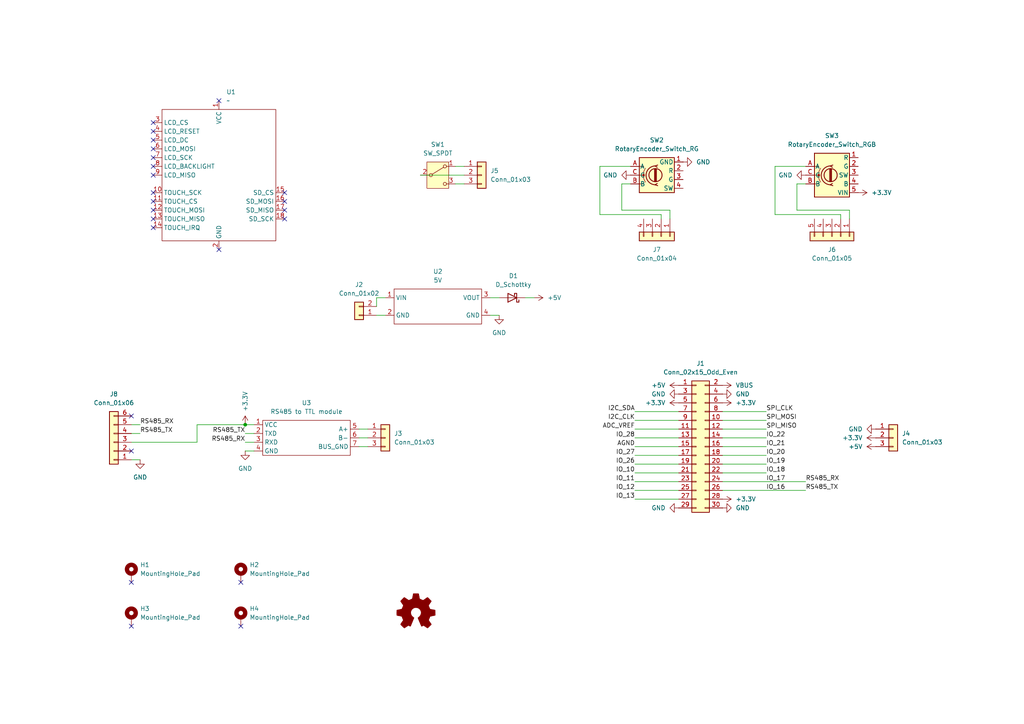
<source format=kicad_sch>
(kicad_sch (version 20250114) (generator "eeschema") (generator_version "9.0")
  (paper "A4")
  (lib_symbols
    (symbol "Connector_Generic:Conn_01x02" (pin_names (offset 1.016) (hide yes))
      (property "Reference" "J" (at 0 2.54 0))
      (property "Value" "Conn_01x02" (at 0 -5.08 0))
      (symbol "Conn_01x02_1_1"
        (rectangle (start -1.27 1.27) (end 1.27 -3.81) (stroke (width 0.254)) (fill (type background)))
        (rectangle (start -1.27 0.127) (end 0 -0.127) (stroke (width 0.1524)))
        (rectangle (start -1.27 -2.413) (end 0 -2.667) (stroke (width 0.1524)))
        (pin passive line (at -5.08 0 0) (length 3.81) (name "Pin_1") (number "1"))
        (pin passive line (at -5.08 -2.54 0) (length 3.81) (name "Pin_2") (number "2"))
      )
    )
    (symbol "Connector_Generic:Conn_01x03" (pin_names (offset 1.016) (hide yes))
      (property "Reference" "J" (at 0 5.08 0))
      (property "Value" "Conn_01x03" (at 0 -5.08 0))
      (symbol "Conn_01x03_1_1"
        (rectangle (start -1.27 3.81) (end 1.27 -3.81) (stroke (width 0.254)) (fill (type background)))
        (rectangle (start -1.27 2.667) (end 0 2.413) (stroke (width 0.1524)))
        (rectangle (start -1.27 0.127) (end 0 -0.127) (stroke (width 0.1524)))
        (rectangle (start -1.27 -2.413) (end 0 -2.667) (stroke (width 0.1524)))
        (pin passive line (at -5.08 2.54 0) (length 3.81) (name "Pin_1") (number "1"))
        (pin passive line (at -5.08 0 0) (length 3.81) (name "Pin_2") (number "2"))
        (pin passive line (at -5.08 -2.54 0) (length 3.81) (name "Pin_3") (number "3"))
      )
    )
    (symbol "Connector_Generic:Conn_01x04" (pin_names (offset 1.016) (hide yes))
      (property "Reference" "J" (at 0 5.08 0))
      (property "Value" "Conn_01x04" (at 0 -7.62 0))
      (symbol "Conn_01x04_1_1"
        (rectangle (start -1.27 3.81) (end 1.27 -6.35) (stroke (width 0.254)) (fill (type background)))
        (rectangle (start -1.27 2.667) (end 0 2.413) (stroke (width 0.1524)))
        (rectangle (start -1.27 0.127) (end 0 -0.127) (stroke (width 0.1524)))
        (rectangle (start -1.27 -2.413) (end 0 -2.667) (stroke (width 0.1524)))
        (rectangle (start -1.27 -4.953) (end 0 -5.207) (stroke (width 0.1524)))
        (pin passive line (at -5.08 2.54 0) (length 3.81) (name "Pin_1") (number "1"))
        (pin passive line (at -5.08 0 0) (length 3.81) (name "Pin_2") (number "2"))
        (pin passive line (at -5.08 -2.54 0) (length 3.81) (name "Pin_3") (number "3"))
        (pin passive line (at -5.08 -5.08 0) (length 3.81) (name "Pin_4") (number "4"))
      )
    )
    (symbol "Connector_Generic:Conn_01x05" (pin_names (offset 1.016) (hide yes))
      (property "Reference" "J" (at 0 7.62 0))
      (property "Value" "Conn_01x05" (at 0 -7.62 0))
      (symbol "Conn_01x05_1_1"
        (rectangle (start -1.27 6.35) (end 1.27 -6.35) (stroke (width 0.254)) (fill (type background)))
        (rectangle (start -1.27 5.207) (end 0 4.953) (stroke (width 0.1524)))
        (rectangle (start -1.27 2.667) (end 0 2.413) (stroke (width 0.1524)))
        (rectangle (start -1.27 0.127) (end 0 -0.127) (stroke (width 0.1524)))
        (rectangle (start -1.27 -2.413) (end 0 -2.667) (stroke (width 0.1524)))
        (rectangle (start -1.27 -4.953) (end 0 -5.207) (stroke (width 0.1524)))
        (pin passive line (at -5.08 5.08 0) (length 3.81) (name "Pin_1") (number "1"))
        (pin passive line (at -5.08 2.54 0) (length 3.81) (name "Pin_2") (number "2"))
        (pin passive line (at -5.08 0 0) (length 3.81) (name "Pin_3") (number "3"))
        (pin passive line (at -5.08 -2.54 0) (length 3.81) (name "Pin_4") (number "4"))
        (pin passive line (at -5.08 -5.08 0) (length 3.81) (name "Pin_5") (number "5"))
      )
    )
    (symbol "Connector_Generic:Conn_01x06" (pin_names (offset 1.016) (hide yes))
      (property "Reference" "J" (at 0 7.62 0))
      (property "Value" "Conn_01x06" (at 0 -10.16 0))
      (symbol "Conn_01x06_1_1"
        (rectangle (start -1.27 6.35) (end 1.27 -8.89) (stroke (width 0.254)) (fill (type background)))
        (rectangle (start -1.27 5.207) (end 0 4.953) (stroke (width 0.1524)))
        (rectangle (start -1.27 2.667) (end 0 2.413) (stroke (width 0.1524)))
        (rectangle (start -1.27 0.127) (end 0 -0.127) (stroke (width 0.1524)))
        (rectangle (start -1.27 -2.413) (end 0 -2.667) (stroke (width 0.1524)))
        (rectangle (start -1.27 -4.953) (end 0 -5.207) (stroke (width 0.1524)))
        (rectangle (start -1.27 -7.493) (end 0 -7.747) (stroke (width 0.1524)))
        (pin passive line (at -5.08 5.08 0) (length 3.81) (name "Pin_1") (number "1"))
        (pin passive line (at -5.08 2.54 0) (length 3.81) (name "Pin_2") (number "2"))
        (pin passive line (at -5.08 0 0) (length 3.81) (name "Pin_3") (number "3"))
        (pin passive line (at -5.08 -2.54 0) (length 3.81) (name "Pin_4") (number "4"))
        (pin passive line (at -5.08 -5.08 0) (length 3.81) (name "Pin_5") (number "5"))
        (pin passive line (at -5.08 -7.62 0) (length 3.81) (name "Pin_6") (number "6"))
      )
    )
    (symbol "Connector_Generic:Conn_02x15_Odd_Even" (pin_names (offset 1.016) (hide yes))
      (property "Reference" "J" (at 1.27 20.32 0))
      (property "Value" "Conn_02x15_Odd_Even" (at 1.27 -20.32 0))
      (symbol "Conn_02x15_Odd_Even_1_1"
        (rectangle (start -1.27 19.05) (end 3.81 -19.05) (stroke (width 0.254)) (fill (type background)))
        (rectangle (start -1.27 17.907) (end 0 17.653) (stroke (width 0.1524)))
        (rectangle (start -1.27 15.367) (end 0 15.113) (stroke (width 0.1524)))
        (rectangle (start -1.27 12.827) (end 0 12.573) (stroke (width 0.1524)))
        (rectangle (start -1.27 10.287) (end 0 10.033) (stroke (width 0.1524)))
        (rectangle (start -1.27 7.747) (end 0 7.493) (stroke (width 0.1524)))
        (rectangle (start -1.27 5.207) (end 0 4.953) (stroke (width 0.1524)))
        (rectangle (start -1.27 2.667) (end 0 2.413) (stroke (width 0.1524)))
        (rectangle (start -1.27 0.127) (end 0 -0.127) (stroke (width 0.1524)))
        (rectangle (start -1.27 -2.413) (end 0 -2.667) (stroke (width 0.1524)))
        (rectangle (start -1.27 -4.953) (end 0 -5.207) (stroke (width 0.1524)))
        (rectangle (start -1.27 -7.493) (end 0 -7.747) (stroke (width 0.1524)))
        (rectangle (start -1.27 -10.033) (end 0 -10.287) (stroke (width 0.1524)))
        (rectangle (start -1.27 -12.573) (end 0 -12.827) (stroke (width 0.1524)))
        (rectangle (start -1.27 -15.113) (end 0 -15.367) (stroke (width 0.1524)))
        (rectangle (start -1.27 -17.653) (end 0 -17.907) (stroke (width 0.1524)))
        (rectangle (start 3.81 17.907) (end 2.54 17.653) (stroke (width 0.1524)))
        (rectangle (start 3.81 15.367) (end 2.54 15.113) (stroke (width 0.1524)))
        (rectangle (start 3.81 12.827) (end 2.54 12.573) (stroke (width 0.1524)))
        (rectangle (start 3.81 10.287) (end 2.54 10.033) (stroke (width 0.1524)))
        (rectangle (start 3.81 7.747) (end 2.54 7.493) (stroke (width 0.1524)))
        (rectangle (start 3.81 5.207) (end 2.54 4.953) (stroke (width 0.1524)))
        (rectangle (start 3.81 2.667) (end 2.54 2.413) (stroke (width 0.1524)))
        (rectangle (start 3.81 0.127) (end 2.54 -0.127) (stroke (width 0.1524)))
        (rectangle (start 3.81 -2.413) (end 2.54 -2.667) (stroke (width 0.1524)))
        (rectangle (start 3.81 -4.953) (end 2.54 -5.207) (stroke (width 0.1524)))
        (rectangle (start 3.81 -7.493) (end 2.54 -7.747) (stroke (width 0.1524)))
        (rectangle (start 3.81 -10.033) (end 2.54 -10.287) (stroke (width 0.1524)))
        (rectangle (start 3.81 -12.573) (end 2.54 -12.827) (stroke (width 0.1524)))
        (rectangle (start 3.81 -15.113) (end 2.54 -15.367) (stroke (width 0.1524)))
        (rectangle (start 3.81 -17.653) (end 2.54 -17.907) (stroke (width 0.1524)))
        (pin passive line (at -5.08 17.78 0) (length 3.81) (name "Pin_1") (number "1"))
        (pin passive line (at -5.08 15.24 0) (length 3.81) (name "Pin_3") (number "3"))
        (pin passive line (at -5.08 12.7 0) (length 3.81) (name "Pin_5") (number "5"))
        (pin passive line (at -5.08 10.16 0) (length 3.81) (name "Pin_7") (number "7"))
        (pin passive line (at -5.08 7.62 0) (length 3.81) (name "Pin_9") (number "9"))
        (pin passive line (at -5.08 5.08 0) (length 3.81) (name "Pin_11") (number "11"))
        (pin passive line (at -5.08 2.54 0) (length 3.81) (name "Pin_13") (number "13"))
        (pin passive line (at -5.08 0 0) (length 3.81) (name "Pin_15") (number "15"))
        (pin passive line (at -5.08 -2.54 0) (length 3.81) (name "Pin_17") (number "17"))
        (pin passive line (at -5.08 -5.08 0) (length 3.81) (name "Pin_19") (number "19"))
        (pin passive line (at -5.08 -7.62 0) (length 3.81) (name "Pin_21") (number "21"))
        (pin passive line (at -5.08 -10.16 0) (length 3.81) (name "Pin_23") (number "23"))
        (pin passive line (at -5.08 -12.7 0) (length 3.81) (name "Pin_25") (number "25"))
        (pin passive line (at -5.08 -15.24 0) (length 3.81) (name "Pin_27") (number "27"))
        (pin passive line (at -5.08 -17.78 0) (length 3.81) (name "Pin_29") (number "29"))
        (pin passive line (at 7.62 17.78 180) (length 3.81) (name "Pin_2") (number "2"))
        (pin passive line (at 7.62 15.24 180) (length 3.81) (name "Pin_4") (number "4"))
        (pin passive line (at 7.62 12.7 180) (length 3.81) (name "Pin_6") (number "6"))
        (pin passive line (at 7.62 10.16 180) (length 3.81) (name "Pin_8") (number "8"))
        (pin passive line (at 7.62 7.62 180) (length 3.81) (name "Pin_10") (number "10"))
        (pin passive line (at 7.62 5.08 180) (length 3.81) (name "Pin_12") (number "12"))
        (pin passive line (at 7.62 2.54 180) (length 3.81) (name "Pin_14") (number "14"))
        (pin passive line (at 7.62 0 180) (length 3.81) (name "Pin_16") (number "16"))
        (pin passive line (at 7.62 -2.54 180) (length 3.81) (name "Pin_18") (number "18"))
        (pin passive line (at 7.62 -5.08 180) (length 3.81) (name "Pin_20") (number "20"))
        (pin passive line (at 7.62 -7.62 180) (length 3.81) (name "Pin_22") (number "22"))
        (pin passive line (at 7.62 -10.16 180) (length 3.81) (name "Pin_24") (number "24"))
        (pin passive line (at 7.62 -12.7 180) (length 3.81) (name "Pin_26") (number "26"))
        (pin passive line (at 7.62 -15.24 180) (length 3.81) (name "Pin_28") (number "28"))
        (pin passive line (at 7.62 -17.78 180) (length 3.81) (name "Pin_30") (number "30"))
      )
    )
    (symbol "Device:D_Schottky" (pin_numbers (hide yes)) (pin_names (offset 1.016) (hide yes))
      (property "Reference" "D" (at 0 2.54 0))
      (property "Value" "D_Schottky" (at 0 -2.54 0))
      (symbol "D_Schottky_0_1"
        (polyline (pts (xy -1.905 0.635) (xy -1.905 1.27) (xy -1.27 1.27) (xy -1.27 -1.27) (xy -0.635 -1.27) (xy -0.635 -0.635)) (stroke (width 0.254)))
        (polyline (pts (xy 1.27 1.27) (xy 1.27 -1.27) (xy -1.27 0) (xy 1.27 1.27)) (stroke (width 0.254)))
        (polyline (pts (xy 1.27 0) (xy -1.27 0)))
      )
      (symbol "D_Schottky_1_1"
        (pin passive line (at -3.81 0 0) (length 2.54) (name "K") (number "1"))
        (pin passive line (at 3.81 0 180) (length 2.54) (name "A") (number "2"))
      )
    )
    (symbol "Displays:ILI9341_with_touch_and_sd"
      (property "Reference" "U" (at -16.51 -20.32 0))
      (symbol "ILI9341_with_touch_and_sd_0_1"
        (rectangle (start -16.51 19.05) (end 16.51 -19.05))
      )
      (symbol "ILI9341_with_touch_and_sd_1_1"
        (pin input line (at -19.05 15.24 0) (length 2.54) (name "LCD_CS") (number "3"))
        (pin input line (at -19.05 12.7 0) (length 2.54) (name "LCD_RESET") (number "4"))
        (pin input line (at -19.05 10.16 0) (length 2.54) (name "LCD_DC") (number "5"))
        (pin input line (at -19.05 7.62 0) (length 2.54) (name "LCD_MOSI") (number "6"))
        (pin input line (at -19.05 5.08 0) (length 2.54) (name "LCD_SCK") (number "7"))
        (pin input line (at -19.05 2.54 0) (length 2.54) (name "LCD_BACKLIGHT") (number "8"))
        (pin output line (at -19.05 0 0) (length 2.54) (name "LCD_MISO") (number "9"))
        (pin input line (at -19.05 -5.08 0) (length 2.54) (name "TOUCH_SCK") (number "10"))
        (pin input line (at -19.05 -7.62 0) (length 2.54) (name "TOUCH_CS") (number "11"))
        (pin input line (at -19.05 -10.16 0) (length 2.54) (name "TOUCH_MOSI") (number "12"))
        (pin output line (at -19.05 -12.7 0) (length 2.54) (name "TOUCH_MISO") (number "13"))
        (pin output line (at -19.05 -15.24 0) (length 2.54) (name "TOUCH_IRQ") (number "14"))
        (pin power_in line (at 0 21.59 270) (length 2.54) (name "VCC") (number "1"))
        (pin power_out line (at 0 -21.59 90) (length 2.54) (name "GND") (number "2"))
        (pin input line (at 19.05 -5.08 180) (length 2.54) (name "SD_CS") (number "15"))
        (pin input line (at 19.05 -7.62 180) (length 2.54) (name "SD_MOSI") (number "16"))
        (pin output line (at 19.05 -10.16 180) (length 2.54) (name "SD_MISO") (number "17"))
        (pin input line (at 19.05 -12.7 180) (length 2.54) (name "SD_SCK") (number "18"))
      )
    )
    (symbol "Graphic:Logo_Open_Hardware_Small" (in_bom no) (on_board no)
      (symbol "Logo_Open_Hardware_Small_0_1"
        (polyline (pts (xy 3.3528 -4.3434) (xy 3.302 -4.318) (xy 3.175 -4.2418) (xy 2.9972 -4.1148) (xy 2.7686 -3.9624) (xy 2.54 -3.81) (xy 2.3622 -3.7084) (xy 2.2352 -3.6068) (xy 2.1844 -3.5814) (xy 2.159 -3.6068) (xy 2.0574 -3.6576) (xy 1.905 -3.7338) (xy 1.8034 -3.7846) (xy 1.6764 -3.8354) (xy 1.6002 -3.8354) (xy 1.6002 -3.8354) (xy 1.5494 -3.7338) (xy 1.4732 -3.5306) (xy 1.3462 -3.302) (xy 1.2446 -3.0226) (xy 1.1176 -2.7178) (xy 0.9652 -2.413) (xy 0.8636 -2.1082) (xy 0.7366 -1.8288) (xy 0.6604 -1.6256) (xy 0.6096 -1.4732) (xy 0.5842 -1.397) (xy 0.5842 -1.397) (xy 0.6604 -1.3208) (xy 0.7874 -1.2446) (xy 1.0414 -1.016) (xy 1.2954 -0.6858) (xy 1.4478 -0.3302) (xy 1.524 0.0762) (xy 1.4732 0.4572) (xy 1.3208 0.8128) (xy 1.0668 1.143) (xy 0.762 1.3716) (xy 0.4064 1.524) (xy 0 1.5748) (xy -0.381 1.5494) (xy -0.7366 1.397) (xy -1.0668 1.143) (xy -1.2192 0.9906) (xy -1.397 0.6604) (xy -1.524 0.3048) (xy -1.524 0.2286) (xy -1.4986 -0.1778) (xy -1.397 -0.5334) (xy -1.1938 -0.8636) (xy -0.9144 -1.143) (xy -0.8636 -1.1684) (xy -0.7366 -1.27) (xy -0.635 -1.3462) (xy -0.5842 -1.397) (xy -1.0668 -2.5908) (xy -1.143 -2.794) (xy -1.2954 -3.1242) (xy -1.397 -3.4036) (xy -1.4986 -3.6322) (xy -1.5748 -3.7846) (xy -1.6002 -3.8354) (xy -1.6002 -3.8354) (xy -1.651 -3.8354) (xy -1.7272 -3.81) (xy -1.905 -3.7338) (xy -2.0066 -3.683) (xy -2.1336 -3.6068) (xy -2.2098 -3.5814) (xy -2.2606 -3.6068) (xy -2.3622 -3.683) (xy -2.54 -3.81) (xy -2.7686 -3.9624) (xy -2.9718 -4.0894) (xy -3.1496 -4.2164) (xy -3.302 -4.318) (xy -3.3528 -4.3434) (xy -3.3782 -4.3434) (xy -3.429 -4.318) (xy -3.5306 -4.2164) (xy -3.7084 -4.064) (xy -3.937 -3.8354) (xy -3.9624 -3.81) (xy -4.1656 -3.6068) (xy -4.318 -3.4544) (xy -4.4196 -3.3274) (xy -4.445 -3.2766) (xy -4.445 -3.2766) (xy -4.4196 -3.2258) (xy -4.318 -3.0734) (xy -4.2164 -2.8956) (xy -4.064 -2.667) (xy -3.6576 -2.0828) (xy -3.8862 -1.5494) (xy -3.937 -1.3716) (xy -4.0386 -1.1684) (xy -4.0894 -1.0414) (xy -4.1148 -0.9652) (xy -4.191 -0.9398) (xy -4.318 -0.9144) (xy -4.5466 -0.8636) (xy -4.8006 -0.8128) (xy -5.0546 -0.7874) (xy -5.2578 -0.7366) (xy -5.4356 -0.7112) (xy -5.5118 -0.6858) (xy -5.5118 -0.6858) (xy -5.5372 -0.635) (xy -5.5372 -0.5588) (xy -5.5372 -0.4318) (xy -5.5626 -0.2286) (xy -5.5626 0.0762) (xy -5.5626 0.127) (xy -5.5372 0.4064) (xy -5.5372 0.635) (xy -5.5372 0.762) (xy -5.5372 0.8382) (xy -5.5372 0.8382) (xy -5.461 0.8382) (xy -5.3086 0.889) (xy -5.08 0.9144) (xy -4.826 0.9652) (xy -4.8006 0.9906) (xy -4.5466 1.0414) (xy -4.318 1.0668) (xy -4.1656 1.1176) (xy -4.0894 1.143) (xy -4.0894 1.143) (xy -4.0386 1.2446) (xy -3.9624 1.4224) (xy -3.8608 1.6256) (xy -3.7846 1.8288) (xy -3.7084 2.0066) (xy -3.6576 2.159) (xy -3.6322 2.2098) (xy -3.6322 2.2098) (xy -3.683 2.286) (xy -3.7592 2.413) (xy -3.8862 2.5908) (xy -4.064 2.8194) (xy -4.064 2.8448) (xy -4.2164 3.0734) (xy -4.3434 3.2512) (xy -4.4196 3.3782) (xy -4.445 3.4544) (xy -4.445 3.4544) (xy -4.3942 3.5052) (xy -4.2926 3.6322) (xy -4.1148 3.81) (xy -3.937 4.0132) (xy -3.8608 4.064) (xy -3.6576 4.2926) (xy -3.5052 4.4196) (xy -3.4036 4.4958) (xy -3.3528 4.5212) (xy -3.3528 4.5212) (xy -3.302 4.4704) (xy -3.1496 4.3688) (xy -2.9718 4.2418) (xy -2.7432 4.0894) (xy -2.7178 4.0894) (xy -2.4892 3.937) (xy -2.3114 3.81) (xy -2.1844 3.7084) (xy -2.1336 3.683) (xy -2.1082 3.683) (xy -2.032 3.7084) (xy -1.8542 3.7592) (xy -1.6764 3.8354) (xy -1.4732 3.937) (xy -1.27 4.0132) (xy -1.143 4.064) (xy -1.0668 4.1148) (xy -1.0668 4.1148) (xy -1.0414 4.191) (xy -1.016 4.3434) (xy -0.9652 4.572) (xy -0.9144 4.8514) (xy -0.889 4.9022) (xy -0.8382 5.1562) (xy -0.8128 5.3848) (xy -0.7874 5.5372) (xy -0.762 5.588) (xy -0.7112 5.6134) (xy -0.5842 5.6134) (xy -0.4064 5.6134) (xy -0.1524 5.6134) (xy 0.0762 5.6134) (xy 0.3302 5.6134) (xy 0.5334 5.6134) (xy 0.6858 5.588) (xy 0.7366 5.588) (xy 0.7366 5.588) (xy 0.762 5.5118) (xy 0.8128 5.334) (xy 0.8382 5.1054) (xy 0.9144 4.826) (xy 0.9144 4.7752) (xy 0.9652 4.5212) (xy 1.016 4.2926) (xy 1.0414 4.1402) (xy 1.0668 4.0894) (xy 1.0668 4.0894) (xy 1.1938 4.0386) (xy 1.3716 3.9624) (xy 1.5748 3.8608) (xy 2.0828 3.6576) (xy 2.7178 4.0894) (xy 2.7686 4.1402) (xy 2.9972 4.2926) (xy 3.175 4.4196) (xy 3.302 4.4958) (xy 3.3782 4.5212) (xy 3.3782 4.5212) (xy 3.429 4.4704) (xy 3.556 4.3434) (xy 3.7338 4.191) (xy 3.9116 3.9878) (xy 4.064 3.8354) (xy 4.2418 3.6576) (xy 4.3434 3.556) (xy 4.4196 3.4798) (xy 4.4196 3.429) (xy 4.4196 3.4036) (xy 4.3942 3.3274) (xy 4.2926 3.2004) (xy 4.1656 2.9972) (xy 4.0132 2.794) (xy 3.8862 2.5908) (xy 3.7592 2.3876) (xy 3.6576 2.2352) (xy 3.6322 2.159) (xy 3.6322 2.1336) (xy 3.683 2.0066) (xy 3.7592 1.8288) (xy 3.8608 1.6002) (xy 4.064 1.1176) (xy 4.3942 1.0414) (xy 4.5974 1.016) (xy 4.8768 0.9652) (xy 5.1308 0.9144) (xy 5.5372 0.8382) (xy 5.5626 -0.6604) (xy 5.4864 -0.6858) (xy 5.4356 -0.6858) (xy 5.2832 -0.7366) (xy 5.0546 -0.762) (xy 4.8006 -0.8128) (xy 4.5974 -0.8636) (xy 4.3688 -0.9144) (xy 4.2164 -0.9398) (xy 4.1402 -0.9398) (xy 4.1148 -0.9652) (xy 4.064 -1.0668) (xy 3.9878 -1.2446) (xy 3.9116 -1.4478) (xy 3.81 -1.651) (xy 3.7338 -1.8542) (xy 3.683 -2.0066) (xy 3.6576 -2.0828) (xy 3.683 -2.1336) (xy 3.7846 -2.2606) (xy 3.8862 -2.4638) (xy 4.0386 -2.667) (xy 4.191 -2.8956) (xy 4.318 -3.0734) (xy 4.3942 -3.2004) (xy 4.445 -3.2766) (xy 4.4196 -3.3274) (xy 4.3434 -3.429) (xy 4.1656 -3.5814) (xy 3.937 -3.8354) (xy 3.8862 -3.8608) (xy 3.683 -4.064) (xy 3.5306 -4.2164) (xy 3.4036 -4.318) (xy 3.3528 -4.3434)) (fill (type outline)))
      )
    )
    (symbol "Input:RotaryEncoder_Switch_RG" (pin_names (offset 0.254))
      (property "Reference" "SW" (at 0 6.35 0))
      (property "Value" "RotaryEncoder_Switch_RG" (at 0 -6.35 0))
      (symbol "RotaryEncoder_Switch_RG_0_1"
        (rectangle (start -5.08 5.08) (end 5.08 -5.08) (stroke (width 0.254)) (fill (type background)))
        (polyline (pts (xy -5.08 2.54) (xy -3.81 2.54) (xy -3.81 2.032)))
        (polyline (pts (xy -5.08 0) (xy -3.81 0) (xy -3.81 -1.016) (xy -3.302 -2.032)))
        (polyline (pts (xy -5.08 -2.54) (xy -3.81 -2.54) (xy -3.81 -2.032)))
        (polyline (pts (xy -4.318 0) (xy -3.81 0) (xy -3.81 1.016) (xy -3.302 2.032)))
        (circle (center -3.81 0) (radius 0.254) (fill (type outline)))
        (polyline (pts (xy -0.635 -1.778) (xy -0.635 1.778)) (stroke (width 0.254)))
        (circle (center -0.381 0) (radius 1.905) (stroke (width 0.254)))
        (polyline (pts (xy -0.381 -1.778) (xy -0.381 1.778)) (stroke (width 0.254)))
        (arc (start -0.381 -2.794) (mid -3.0988 -0.0635) (end -0.381 2.667) (stroke (width 0.254)))
        (polyline (pts (xy -0.127 1.778) (xy -0.127 -1.778)) (stroke (width 0.254)))
        (polyline (pts (xy 0.254 2.921) (xy -0.508 2.667) (xy 0.127 2.286)) (stroke (width 0.254)))
        (polyline (pts (xy 0.254 -3.048) (xy -0.508 -2.794) (xy 0.127 -2.413)) (stroke (width 0.254)))
      )
      (symbol "RotaryEncoder_Switch_RG_1_1"
        (pin passive line (at -7.62 2.54 0) (length 2.54) (name "A") (number "A"))
        (pin passive line (at -7.62 0 0) (length 2.54) (name "C") (number "C"))
        (pin passive line (at -7.62 -2.54 0) (length 2.54) (name "B") (number "B"))
        (pin power_in line (at 7.62 3.81 180) (length 2.54) (name "GND") (number "1"))
        (pin passive line (at 7.62 1.27 180) (length 2.54) (name "R") (number "2"))
        (pin passive line (at 7.62 -1.27 180) (length 2.54) (name "G") (number "3"))
        (pin passive line (at 7.62 -3.81 180) (length 2.54) (name "SW") (number "4"))
      )
    )
    (symbol "Input:RotaryEncoder_Switch_RGB" (pin_names (offset 0.254))
      (property "Reference" "SW" (at 0 7.62 0))
      (property "Value" "RotaryEncoder_Switch_RGB" (at 0 -7.62 0))
      (symbol "RotaryEncoder_Switch_RGB_0_1"
        (rectangle (start -5.08 6.35) (end 5.08 -6.35) (stroke (width 0.254)) (fill (type background)))
        (polyline (pts (xy -5.08 2.54) (xy -3.81 2.54) (xy -3.81 2.032)))
        (polyline (pts (xy -5.08 0) (xy -3.81 0) (xy -3.81 -1.016) (xy -3.302 -2.032)))
        (polyline (pts (xy -5.08 -2.54) (xy -3.81 -2.54) (xy -3.81 -2.032)))
        (polyline (pts (xy -4.318 0) (xy -3.81 0) (xy -3.81 1.016) (xy -3.302 2.032)))
        (circle (center -3.81 0) (radius 0.254) (fill (type outline)))
        (polyline (pts (xy -0.635 -1.778) (xy -0.635 1.778)) (stroke (width 0.254)))
        (circle (center -0.381 0) (radius 1.905) (stroke (width 0.254)))
        (polyline (pts (xy -0.381 -1.778) (xy -0.381 1.778)) (stroke (width 0.254)))
        (arc (start -0.381 -2.794) (mid -3.0988 -0.0635) (end -0.381 2.667) (stroke (width 0.254)))
        (polyline (pts (xy -0.127 1.778) (xy -0.127 -1.778)) (stroke (width 0.254)))
        (polyline (pts (xy 0.254 2.921) (xy -0.508 2.667) (xy 0.127 2.286)) (stroke (width 0.254)))
        (polyline (pts (xy 0.254 -3.048) (xy -0.508 -2.794) (xy 0.127 -2.413)) (stroke (width 0.254)))
      )
      (symbol "RotaryEncoder_Switch_RGB_1_1"
        (pin passive line (at -7.62 2.54 0) (length 2.54) (name "A") (number "A"))
        (pin passive line (at -7.62 0 0) (length 2.54) (name "C") (number "C"))
        (pin passive line (at -7.62 -2.54 0) (length 2.54) (name "B") (number "B"))
        (pin passive line (at 7.62 5.08 180) (length 2.54) (name "R") (number "1"))
        (pin passive line (at 7.62 2.54 180) (length 2.54) (name "G") (number "2"))
        (pin passive line (at 7.62 0 180) (length 2.54) (name "SW") (number "3"))
        (pin passive line (at 7.62 -2.54 180) (length 2.54) (name "B") (number "4"))
        (pin power_in line (at 7.62 -5.08 180) (length 2.54) (name "VIN") (number "5"))
      )
    )
    (symbol "Mechanical:MountingHole_Pad" (pin_numbers (hide yes)) (pin_names (offset 1.016) (hide yes)) (exclude_from_sim yes) (in_bom no)
      (property "Reference" "H" (at 0 6.35 0))
      (property "Value" "MountingHole_Pad" (at 0 4.445 0))
      (symbol "MountingHole_Pad_0_1"
        (circle (center 0 1.27) (radius 1.27) (stroke (width 1.27)))
      )
      (symbol "MountingHole_Pad_1_1"
        (pin input line (at 0 -2.54 90) (length 2.54) (name "1") (number "1"))
      )
    )
    (symbol "Modules:AliE_MP1584EN_regulator"
      (property "Reference" "U" (at -12.192 -6.35 0))
      (symbol "AliE_MP1584EN_regulator_0_1"
        (rectangle (start -12.7 5.08) (end 12.7 -5.08))
      )
      (symbol "AliE_MP1584EN_regulator_1_1"
        (pin power_in line (at -15.24 2.54 0) (length 2.54) (name "VIN") (number "1"))
        (pin power_in line (at -15.24 -2.54 0) (length 2.54) (name "GND") (number "2"))
        (pin power_out line (at 15.24 2.54 180) (length 2.54) (name "VOUT") (number "3"))
        (pin power_out line (at 15.24 -2.54 180) (length 2.54) (name "GND") (number "4"))
      )
    )
    (symbol "Modules:RS485_to_TTL"
      (property "Reference" "U" (at -12.192 -6.35 0))
      (property "Value" "RS485 to TTL module" (at 0 6.35 0))
      (symbol "RS485_to_TTL_0_1"
        (rectangle (start -12.7 5.08) (end 12.7 -5.08))
      )
      (symbol "RS485_to_TTL_1_1"
        (pin power_in line (at -15.24 3.81 0) (length 2.54) (name "VCC") (number "1"))
        (pin input line (at -15.24 1.27 0) (length 2.54) (name "TXD") (number "2"))
        (pin output line (at -15.24 -1.27 0) (length 2.54) (name "RXD") (number "3"))
        (pin power_in line (at -15.24 -3.81 0) (length 2.54) (name "GND") (number "4"))
        (pin bidirectional line (at 15.24 2.54 180) (length 2.54) (name "A+") (number "5"))
        (pin bidirectional line (at 15.24 0 180) (length 2.54) (name "B-") (number "6"))
        (pin power_in line (at 15.24 -2.54 180) (length 2.54) (name "BUS_GND") (number "7"))
      )
    )
    (symbol "Switch:SW_SPDT" (pin_names (offset 0) (hide yes))
      (property "Reference" "SW" (at 0 5.08 0))
      (property "Value" "SW_SPDT" (at 0 -5.08 0))
      (symbol "SW_SPDT_0_1"
        (circle (center -2.032 0) (radius 0.4572))
        (polyline (pts (xy -1.651 0.254) (xy 1.651 2.286)))
        (circle (center 2.032 2.54) (radius 0.4572))
        (circle (center 2.032 -2.54) (radius 0.4572))
      )
      (symbol "SW_SPDT_1_1"
        (rectangle (start -3.175 3.81) (end 3.175 -3.81) (fill (type background)))
        (pin passive line (at -5.08 0 0) (length 2.54) (name "B") (number "2"))
        (pin passive line (at 5.08 2.54 180) (length 2.54) (name "A") (number "1"))
        (pin passive line (at 5.08 -2.54 180) (length 2.54) (name "C") (number "3"))
      )
    )
    (symbol "power:+3.3V" (power) (pin_numbers (hide yes)) (pin_names (offset 0) (hide yes))
      (property "Value" "+3.3V" (at 0 3.556 0))
      (symbol "+3.3V_0_1"
        (polyline (pts (xy -0.762 1.27) (xy 0 2.54)))
        (polyline (pts (xy 0 2.54) (xy 0.762 1.27)))
        (polyline (pts (xy 0 0) (xy 0 2.54)))
      )
      (symbol "+3.3V_1_1"
        (pin power_in line (at 0 0 90) (length 0) (name "~") (number "1"))
      )
    )
    (symbol "power:+5V" (power) (pin_numbers (hide yes)) (pin_names (offset 0) (hide yes))
      (property "Value" "+5V" (at 0 3.556 0))
      (symbol "+5V_0_1"
        (polyline (pts (xy -0.762 1.27) (xy 0 2.54)))
        (polyline (pts (xy 0 2.54) (xy 0.762 1.27)))
        (polyline (pts (xy 0 0) (xy 0 2.54)))
      )
      (symbol "+5V_1_1"
        (pin power_in line (at 0 0 90) (length 0) (name "~") (number "1"))
      )
    )
    (symbol "power:GND" (power) (pin_numbers (hide yes)) (pin_names (offset 0) (hide yes))
      (property "Value" "GND" (at 0 -3.81 0))
      (symbol "GND_0_1"
        (polyline (pts (xy 0 0) (xy 0 -1.27) (xy 1.27 -1.27) (xy 0 -2.54) (xy -1.27 -1.27) (xy 0 -1.27)))
      )
      (symbol "GND_1_1"
        (pin power_in line (at 0 0 270) (length 0) (name "~") (number "1"))
      )
    )
    (symbol "power:VBUS" (power) (pin_numbers (hide yes)) (pin_names (offset 0) (hide yes))
      (property "Value" "VBUS" (at 0 3.556 0))
      (symbol "VBUS_0_1"
        (polyline (pts (xy -0.762 1.27) (xy 0 2.54)))
        (polyline (pts (xy 0 2.54) (xy 0.762 1.27)))
        (polyline (pts (xy 0 0) (xy 0 2.54)))
      )
      (symbol "VBUS_1_1"
        (pin power_in line (at 0 0 90) (length 0) (name "~") (number "1"))
      )
    )
  )
  (junction (at 71.12 123.19))
  (no_connect (at 82.55 58.42))
  (no_connect (at 44.45 60.96))
  (no_connect (at 38.1 168.91))
  (no_connect (at 38.1 120.65))
  (no_connect (at 63.5 29.21))
  (no_connect (at 44.45 45.72))
  (no_connect (at 44.45 63.5))
  (no_connect (at 38.1 181.61))
  (no_connect (at 82.55 55.88))
  (no_connect (at 44.45 40.64))
  (no_connect (at 44.45 58.42))
  (no_connect (at 63.5 72.39))
  (no_connect (at 69.85 168.91))
  (no_connect (at 44.45 48.26))
  (no_connect (at 44.45 55.88))
  (no_connect (at 38.1 130.81))
  (no_connect (at 82.55 63.5))
  (no_connect (at 44.45 38.1))
  (no_connect (at 44.45 43.18))
  (no_connect (at 82.55 60.96))
  (no_connect (at 69.85 181.61))
  (no_connect (at 44.45 50.8))
  (no_connect (at 44.45 35.56))
  (no_connect (at 44.45 66.04))
  (wire (pts (xy 104.14 124.46) (xy 106.68 124.46)))
  (wire (pts (xy 209.55 129.54) (xy 222.25 129.54)))
  (wire (pts (xy 182.88 48.26) (xy 173.99 48.26)))
  (wire (pts (xy 109.22 91.44) (xy 111.76 91.44)))
  (wire (pts (xy 142.24 91.44) (xy 144.78 91.44)))
  (wire (pts (xy 184.15 139.7) (xy 196.85 139.7)))
  (wire (pts (xy 132.08 53.34) (xy 134.62 53.34)))
  (wire (pts (xy 180.34 60.96) (xy 194.31 60.96)))
  (wire (pts (xy 209.55 134.62) (xy 222.25 134.62)))
  (wire (pts (xy 180.34 53.34) (xy 180.34 60.96)))
  (wire (pts (xy 184.15 127) (xy 196.85 127)))
  (wire (pts (xy 38.1 128.27) (xy 57.15 128.27)))
  (wire (pts (xy 104.14 127) (xy 106.68 127)))
  (wire (pts (xy 104.14 129.54) (xy 106.68 129.54)))
  (wire (pts (xy 142.24 86.36) (xy 144.78 86.36)))
  (wire (pts (xy 132.08 48.26) (xy 134.62 48.26)))
  (wire (pts (xy 209.55 121.92) (xy 222.25 121.92)))
  (wire (pts (xy 224.79 48.26) (xy 233.68 48.26)))
  (wire (pts (xy 209.55 124.46) (xy 222.25 124.46)))
  (wire (pts (xy 209.55 119.38) (xy 222.25 119.38)))
  (wire (pts (xy 209.55 132.08) (xy 222.25 132.08)))
  (wire (pts (xy 38.1 125.73) (xy 40.64 125.73)))
  (wire (pts (xy 173.99 48.26) (xy 173.99 62.23)))
  (wire (pts (xy 152.4 86.36) (xy 154.94 86.36)))
  (wire (pts (xy 184.15 137.16) (xy 196.85 137.16)))
  (wire (pts (xy 38.1 123.19) (xy 40.64 123.19)))
  (wire (pts (xy 109.22 86.36) (xy 111.76 86.36)))
  (wire (pts (xy 173.99 62.23) (xy 191.77 62.23)))
  (wire (pts (xy 38.1 133.35) (xy 40.64 133.35)))
  (wire (pts (xy 184.15 121.92) (xy 196.85 121.92)))
  (wire (pts (xy 209.55 139.7) (xy 233.68 139.7)))
  (wire (pts (xy 184.15 129.54) (xy 196.85 129.54)))
  (wire (pts (xy 121.92 50.8) (xy 134.62 50.8)))
  (wire (pts (xy 57.15 123.19) (xy 71.12 123.19)))
  (wire (pts (xy 184.15 124.46) (xy 196.85 124.46)))
  (wire (pts (xy 243.84 62.23) (xy 224.79 62.23)))
  (wire (pts (xy 224.79 62.23) (xy 224.79 48.26)))
  (wire (pts (xy 182.88 53.34) (xy 180.34 53.34)))
  (wire (pts (xy 184.15 132.08) (xy 196.85 132.08)))
  (wire (pts (xy 57.15 128.27) (xy 57.15 123.19)))
  (wire (pts (xy 209.55 137.16) (xy 222.25 137.16)))
  (wire (pts (xy 109.22 88.9) (xy 109.22 86.36)))
  (wire (pts (xy 246.38 60.96) (xy 246.38 63.5)))
  (wire (pts (xy 71.12 128.27) (xy 73.66 128.27)))
  (wire (pts (xy 184.15 119.38) (xy 196.85 119.38)))
  (wire (pts (xy 233.68 53.34) (xy 231.14 53.34)))
  (wire (pts (xy 71.12 125.73) (xy 73.66 125.73)))
  (wire (pts (xy 184.15 142.24) (xy 196.85 142.24)))
  (wire (pts (xy 194.31 60.96) (xy 194.31 63.5)))
  (wire (pts (xy 209.55 142.24) (xy 233.68 142.24)))
  (wire (pts (xy 243.84 63.5) (xy 243.84 62.23)))
  (wire (pts (xy 209.55 127) (xy 222.25 127)))
  (wire (pts (xy 184.15 144.78) (xy 196.85 144.78)))
  (wire (pts (xy 71.12 130.81) (xy 73.66 130.81)))
  (wire (pts (xy 71.12 123.19) (xy 73.66 123.19)))
  (wire (pts (xy 231.14 60.96) (xy 246.38 60.96)))
  (wire (pts (xy 184.15 134.62) (xy 196.85 134.62)))
  (wire (pts (xy 191.77 62.23) (xy 191.77 63.5)))
  (wire (pts (xy 231.14 53.34) (xy 231.14 60.96)))
  (label "IO_20" (at 222.25 132.08 0))
  (label "SPI_CLK" (at 222.25 119.38 0))
  (label "IO_19" (at 222.25 134.62 0))
  (label "RS485_TX" (at 71.12 125.73 180))
  (label "AGND" (at 184.15 129.54 180))
  (label "IO_27" (at 184.15 132.08 180))
  (label "RS485_TX" (at 40.64 125.73 0))
  (label "IO_28" (at 184.15 127 180))
  (label "IO_22" (at 222.25 127 0))
  (label "IO_13" (at 184.15 144.78 180))
  (label "IO_26" (at 184.15 134.62 180))
  (label "I2C_CLK" (at 184.15 121.92 180))
  (label "IO_11" (at 184.15 139.7 180))
  (label "IO_18" (at 222.25 137.16 0))
  (label "SPI_MISO" (at 222.25 124.46 0))
  (label "RS485_TX" (at 233.68 142.24 0))
  (label "ADC_VREF" (at 184.15 124.46 180))
  (label "SPI_MOSI" (at 222.25 121.92 0))
  (label "IO_16" (at 222.25 142.24 0))
  (label "IO_21" (at 222.25 129.54 0))
  (label "RS485_RX" (at 40.64 123.19 0))
  (label "IO_12" (at 184.15 142.24 180))
  (label "IO_17" (at 222.25 139.7 0))
  (label "RS485_RX" (at 233.68 139.7 0))
  (label "IO_10" (at 184.15 137.16 180))
  (label "RS485_RX" (at 71.12 128.27 180))
  (label "I2C_SDA" (at 184.15 119.38 180))
  (symbol (lib_id "power:GND") (at 233.68 50.8 270) (unit 1)
    (property "Reference" "#PWR015" (effects (hide yes)))
    (property "Value" "GND" (at 229.87 50.7999 90) (effects (justify right)))
    (property "Description" "Power symbol creates a global label with name \"GND\" , ground" (effects (hide yes)))
  )
  (symbol (lib_id "Graphic:Logo_Open_Hardware_Small") (at 120.65 177.8 0) (unit 1) (exclude_from_sim yes) (in_bom no) (on_board no)
    (property "Reference" "#SYM1" (effects (hide yes)))
    (property "Value" "Logo_Open_Hardware_Small" (effects (hide yes)))
    (property "Description" "Open Hardware logo, small" (effects (hide yes)))
  )
  (symbol (lib_id "Connector_Generic:Conn_01x02") (at 104.14 91.44 180) (unit 1)
    (property "Reference" "J2" (at 104.14 82.55 0))
    (property "Value" "Conn_01x02" (at 104.14 85.09 0))
    (property "Footprint" "Connectors:CTB7000-2" (effects (hide yes)))
    (property "Description" "Generic connector, single row, 01x02, script generated (kicad-library-utils/schlib/autogen/connector/)" (effects (hide yes)))
  )
  (symbol (lib_id "power:+3.3V") (at 196.85 116.84 90) (unit 1)
    (property "Reference" "#PWR06" (effects (hide yes)))
    (property "Value" "+3.3V" (at 193.04 116.8401 90) (effects (justify left)))
    (property "Description" "Power symbol creates a global label with name \"+3.3V\"" (effects (hide yes)))
  )
  (symbol (lib_id "power:VBUS") (at 209.55 111.76 270) (unit 1)
    (property "Reference" "#PWR08" (effects (hide yes)))
    (property "Value" "VBUS" (at 213.36 111.7599 90) (effects (justify left)))
    (property "Description" "Power symbol creates a global label with name \"VBUS\"" (effects (hide yes)))
  )
  (symbol (lib_id "Switch:SW_SPDT") (at 127 50.8 0) (unit 1)
    (property "Reference" "SW1" (at 127 41.91 0))
    (property "Value" "SW_SPDT" (at 127 44.45 0))
    (property "Footprint" "Input:AliE_SPDT_Lever_Switch" (effects (hide yes)))
    (property "Description" "Switch, single pole double throw" (effects (hide yes)))
  )
  (symbol (lib_id "Modules:RS485_to_TTL") (at 88.9 127 0) (unit 1)
    (property "Reference" "U3" (at 88.9 116.84 0))
    (property "Value" "RS485 to TTL module" (at 88.9 119.38 0))
    (property "Footprint" "Modules:RS485_to_ttl" (effects (hide yes)))
  )
  (symbol (lib_id "power:GND") (at 209.55 114.3 90) (unit 1)
    (property "Reference" "#PWR05" (effects (hide yes)))
    (property "Value" "GND" (at 213.36 114.2999 90) (effects (justify right)))
    (property "Description" "Power symbol creates a global label with name \"GND\" , ground" (effects (hide yes)))
  )
  (symbol (lib_id "Mechanical:MountingHole_Pad") (at 69.85 179.07 0) (unit 1) (exclude_from_sim yes) (in_bom no)
    (property "Reference" "H4" (at 72.39 176.5299 0) (effects (justify left)))
    (property "Value" "MountingHole_Pad" (at 72.39 179.0699 0) (effects (justify left)))
    (property "Footprint" "MountingHole:MountingHole_3.2mm_M3_Pad_Via" (effects (hide yes)))
    (property "Description" "Mounting Hole with connection" (effects (hide yes)))
  )
  (symbol (lib_id "Connector_Generic:Conn_01x03") (at 259.08 127 0) (unit 1)
    (property "Reference" "J4" (at 261.62 125.7299 0) (effects (justify left)))
    (property "Value" "Conn_01x03" (at 261.62 128.2699 0) (effects (justify left)))
    (property "Footprint" "Connector_PinHeader_2.54mm:PinHeader_1x03_P2.54mm_Vertical" (effects (hide yes)))
    (property "Description" "Generic connector, single row, 01x03, script generated (kicad-library-utils/schlib/autogen/connector/)" (effects (hide yes)))
  )
  (symbol (lib_id "Connector_Generic:Conn_01x06") (at 33.02 128.27 180) (unit 1)
    (property "Reference" "J8" (at 33.02 114.3 0))
    (property "Value" "Conn_01x06" (at 33.02 116.84 0))
    (property "Footprint" "Connector_PinHeader_2.54mm:PinHeader_1x06_P2.54mm_Vertical" (effects (hide yes)))
    (property "Description" "Generic connector, single row, 01x06, script generated (kicad-library-utils/schlib/autogen/connector/)" (effects (hide yes)))
  )
  (symbol (lib_id "power:+5V") (at 254 129.54 90) (unit 1)
    (property "Reference" "#PWR011" (effects (hide yes)))
    (property "Value" "+5V" (at 250.19 129.5399 90) (effects (justify left)))
    (property "Description" "Power symbol creates a global label with name \"+5V\"" (effects (hide yes)))
  )
  (symbol (lib_id "power:GND") (at 196.85 147.32 270) (unit 1)
    (property "Reference" "#PWR019" (effects (hide yes)))
    (property "Value" "GND" (at 193.04 147.3199 90) (effects (justify right)))
    (property "Description" "Power symbol creates a global label with name \"GND\" , ground" (effects (hide yes)))
  )
  (symbol (lib_id "Connector_Generic:Conn_01x05") (at 241.3 68.58 270) (unit 1)
    (property "Reference" "J6" (at 241.3 72.39 90))
    (property "Value" "Conn_01x05" (at 241.3 74.93 90))
    (property "Footprint" "Connector_PinHeader_2.54mm:PinHeader_1x05_P2.54mm_Vertical" (effects (hide yes)))
    (property "Description" "Generic connector, single row, 01x05, script generated (kicad-library-utils/schlib/autogen/connector/)" (effects (hide yes)))
  )
  (symbol (lib_id "Connector_Generic:Conn_02x15_Odd_Even") (at 201.93 129.54 0) (unit 1)
    (property "Reference" "J1" (at 203.2 105.41 0))
    (property "Value" "Conn_02x15_Odd_Even" (at 203.2 107.95 0))
    (property "Footprint" "Connector_PinSocket_2.54mm:PinSocket_2x15_P2.54mm_Vertical" (effects (hide yes)))
    (property "Description" "Generic connector, double row, 02x15, odd/even pin numbering scheme (row 1 odd numbers, row 2 even numbers), script generated (kicad-library-utils/schlib/autogen/connector/)" (effects (hide yes)))
  )
  (symbol (lib_id "Modules:AliE_MP1584EN_regulator") (at 127 88.9 0) (unit 1)
    (property "Reference" "U2" (at 127 78.74 0))
    (property "Value" "5V" (at 127 81.28 0))
    (property "Footprint" "Modules:AliE_MP1584EN_regulator" (effects (hide yes)))
    (property "Datasheet" "https://www.aliexpress.com/item/1005008473291427.html" (effects (hide yes)))
    (property "Description" "MP1584EN regulator module" (effects (hide yes)))
  )
  (symbol (lib_id "Mechanical:MountingHole_Pad") (at 38.1 166.37 0) (unit 1) (exclude_from_sim yes) (in_bom no)
    (property "Reference" "H1" (at 40.64 163.8299 0) (effects (justify left)))
    (property "Value" "MountingHole_Pad" (at 40.64 166.3699 0) (effects (justify left)))
    (property "Footprint" "MountingHole:MountingHole_3.2mm_M3_Pad_Via" (effects (hide yes)))
    (property "Description" "Mounting Hole with connection" (effects (hide yes)))
  )
  (symbol (lib_id "power:GND") (at 40.64 133.35 0) (unit 1)
    (property "Reference" "#PWR017" (effects (hide yes)))
    (property "Value" "GND" (at 40.64 138.43 0))
    (property "Description" "Power symbol creates a global label with name \"GND\" , ground" (effects (hide yes)))
  )
  (symbol (lib_id "power:GND") (at 71.12 130.81 0) (unit 1)
    (property "Reference" "#PWR03" (effects (hide yes)))
    (property "Value" "GND" (at 71.12 135.89 0))
    (property "Description" "Power symbol creates a global label with name \"GND\" , ground" (effects (hide yes)))
  )
  (symbol (lib_id "Input:RotaryEncoder_Switch_RGB") (at 241.3 50.8 0) (unit 1)
    (property "Reference" "SW3" (at 241.3 39.37 0))
    (property "Value" "RotaryEncoder_Switch_RGB" (at 241.3 41.91 0))
    (property "Footprint" "Input:RotaryEncoder_Switch_RGB" (effects (hide yes)))
    (property "Datasheet" "https://cdn.sparkfun.com/datasheets/Components/Switches/EC12PLRGBSDVBF-D-25K-24-24C-6108-6HSPEC.pdf" (effects (hide yes)))
    (property "Description" "Rotary encoder, dual channel, incremental quadrate outputs, with switch and RGB illumination" (effects (hide yes)))
  )
  (symbol (lib_id "Mechanical:MountingHole_Pad") (at 38.1 179.07 0) (unit 1) (exclude_from_sim yes) (in_bom no)
    (property "Reference" "H3" (at 40.64 176.5299 0) (effects (justify left)))
    (property "Value" "MountingHole_Pad" (at 40.64 179.0699 0) (effects (justify left)))
    (property "Footprint" "MountingHole:MountingHole_3.2mm_M3_Pad_Via" (effects (hide yes)))
    (property "Description" "Mounting Hole with connection" (effects (hide yes)))
  )
  (symbol (lib_id "power:+3.3V") (at 71.12 123.19 0) (unit 1)
    (property "Reference" "#PWR016" (effects (hide yes)))
    (property "Value" "+3.3V" (at 71.1199 119.38 90) (effects (justify left)))
    (property "Description" "Power symbol creates a global label with name \"+3.3V\"" (effects (hide yes)))
  )
  (symbol (lib_id "Displays:ILI9341_with_touch_and_sd") (at 63.5 50.8 0) (unit 1)
    (property "Reference" "U1" (at 65.6433 26.67 0) (effects (justify left)))
    (property "Value" "~" (at 65.6433 29.21 0) (effects (justify left)))
    (property "Footprint" "Displays:ILI9341_2.8in_with_touch_and_sd" (effects (hide yes)))
    (property "Datasheet" "https://www.aliexpress.com/item/1005006623369442.html" (effects (hide yes)))
  )
  (symbol (lib_id "power:+5V") (at 154.94 86.36 270) (unit 1)
    (property "Reference" "#PWR01" (effects (hide yes)))
    (property "Value" "+5V" (at 158.75 86.3599 90) (effects (justify left)))
    (property "Description" "Power symbol creates a global label with name \"+5V\"" (effects (hide yes)))
  )
  (symbol (lib_id "power:GND") (at 144.78 91.44 0) (unit 1)
    (property "Reference" "#PWR02" (effects (hide yes)))
    (property "Value" "GND" (at 144.78 96.52 0))
    (property "Description" "Power symbol creates a global label with name \"GND\" , ground" (effects (hide yes)))
  )
  (symbol (lib_id "Mechanical:MountingHole_Pad") (at 69.85 166.37 0) (unit 1) (exclude_from_sim yes) (in_bom no)
    (property "Reference" "H2" (at 72.39 163.8299 0) (effects (justify left)))
    (property "Value" "MountingHole_Pad" (at 72.39 166.3699 0) (effects (justify left)))
    (property "Footprint" "MountingHole:MountingHole_3.2mm_M3_Pad_Via" (effects (hide yes)))
    (property "Description" "Mounting Hole with connection" (effects (hide yes)))
  )
  (symbol (lib_id "power:GND") (at 198.12 46.99 90) (unit 1)
    (property "Reference" "#PWR09" (effects (hide yes)))
    (property "Value" "GND" (at 201.93 46.9899 90) (effects (justify right)))
    (property "Description" "Power symbol creates a global label with name \"GND\" , ground" (effects (hide yes)))
  )
  (symbol (lib_id "Connector_Generic:Conn_01x04") (at 191.77 68.58 270) (unit 1)
    (property "Reference" "J7" (at 190.5 72.39 90))
    (property "Value" "Conn_01x04" (at 190.5 74.93 90))
    (property "Footprint" "Connector_PinHeader_2.54mm:PinHeader_1x04_P2.54mm_Vertical" (effects (hide yes)))
    (property "Description" "Generic connector, single row, 01x04, script generated (kicad-library-utils/schlib/autogen/connector/)" (effects (hide yes)))
  )
  (symbol (lib_id "Input:RotaryEncoder_Switch_RG") (at 190.5 50.8 0) (unit 1)
    (property "Reference" "SW2" (at 190.5 40.64 0))
    (property "Value" "RotaryEncoder_Switch_RG" (at 190.5 43.18 0))
    (property "Footprint" "Input:RotaryEncoder_Switch_RG" (effects (hide yes)))
    (property "Datasheet" "https://web.archive.org/web/20210517041102/https://cdn.sparkfun.com/datasheets/Components/LED/EC12PLRVF-D-24K-24-24C-0206-6H%28SPEC%29.pdf" (effects (hide yes)))
    (property "Description" "Rotary encoder, dual channel, incremental quadrate outputs, with switch and RG illumination" (effects (hide yes)))
  )
  (symbol (lib_id "power:+3.3V") (at 254 127 90) (unit 1)
    (property "Reference" "#PWR010" (effects (hide yes)))
    (property "Value" "+3.3V" (at 250.19 127.0001 90) (effects (justify left)))
    (property "Description" "Power symbol creates a global label with name \"+3.3V\"" (effects (hide yes)))
  )
  (symbol (lib_id "power:+3.3V") (at 209.55 144.78 270) (unit 1)
    (property "Reference" "#PWR021" (effects (hide yes)))
    (property "Value" "+3.3V" (at 213.36 144.7799 90) (effects (justify left)))
    (property "Description" "Power symbol creates a global label with name \"+3.3V\"" (effects (hide yes)))
  )
  (symbol (lib_id "Connector_Generic:Conn_01x03") (at 111.76 127 0) (unit 1)
    (property "Reference" "J3" (at 114.3 125.7299 0) (effects (justify left)))
    (property "Value" "Conn_01x03" (at 114.3 128.2699 0) (effects (justify left)))
    (property "Footprint" "Connectors:CTB7000-3" (effects (hide yes)))
    (property "Description" "Generic connector, single row, 01x03, script generated (kicad-library-utils/schlib/autogen/connector/)" (effects (hide yes)))
  )
  (symbol (lib_id "power:GND") (at 254 124.46 270) (unit 1)
    (property "Reference" "#PWR012" (effects (hide yes)))
    (property "Value" "GND" (at 250.19 124.4599 90) (effects (justify right)))
    (property "Description" "Power symbol creates a global label with name \"GND\" , ground" (effects (hide yes)))
  )
  (symbol (lib_id "power:GND") (at 196.85 114.3 270) (unit 1)
    (property "Reference" "#PWR013" (effects (hide yes)))
    (property "Value" "GND" (at 193.04 114.2999 90) (effects (justify right)))
    (property "Description" "Power symbol creates a global label with name \"GND\" , ground" (effects (hide yes)))
  )
  (symbol (lib_id "power:+3.3V") (at 248.92 55.88 270) (unit 1)
    (property "Reference" "#PWR04" (effects (hide yes)))
    (property "Value" "+3.3V" (at 252.73 55.8799 90) (effects (justify left)))
    (property "Description" "Power symbol creates a global label with name \"+3.3V\"" (effects (hide yes)))
  )
  (symbol (lib_id "Connector_Generic:Conn_01x03") (at 139.7 50.8 0) (unit 1)
    (property "Reference" "J5" (at 142.24 49.5299 0) (effects (justify left)))
    (property "Value" "Conn_01x03" (at 142.24 52.0699 0) (effects (justify left)))
    (property "Footprint" "Connector_PinHeader_2.54mm:PinHeader_1x03_P2.54mm_Vertical" (effects (hide yes)))
    (property "Description" "Generic connector, single row, 01x03, script generated (kicad-library-utils/schlib/autogen/connector/)" (effects (hide yes)))
  )
  (symbol (lib_id "power:GND") (at 182.88 50.8 270) (unit 1)
    (property "Reference" "#PWR014" (effects (hide yes)))
    (property "Value" "GND" (at 179.07 50.7999 90) (effects (justify right)))
    (property "Description" "Power symbol creates a global label with name \"GND\" , ground" (effects (hide yes)))
  )
  (symbol (lib_id "power:+5V") (at 196.85 111.76 90) (unit 1)
    (property "Reference" "#PWR07" (effects (hide yes)))
    (property "Value" "+5V" (at 193.04 111.7599 90) (effects (justify left)))
    (property "Description" "Power symbol creates a global label with name \"+5V\"" (effects (hide yes)))
  )
  (symbol (lib_id "Device:D_Schottky") (at 148.59 86.36 180) (unit 1)
    (property "Reference" "D1" (at 148.9075 80.01 0))
    (property "Value" "D_Schottky" (at 148.9075 82.55 0))
    (property "Footprint" "Diode_SMD:D_SOD-123" (effects (hide yes)))
    (property "Description" "Schottky diode" (effects (hide yes)))
  )
  (symbol (lib_id "power:GND") (at 209.55 147.32 90) (unit 1)
    (property "Reference" "#PWR020" (effects (hide yes)))
    (property "Value" "GND" (at 213.36 147.3199 90) (effects (justify right)))
    (property "Description" "Power symbol creates a global label with name \"GND\" , ground" (effects (hide yes)))
  )
  (symbol (lib_id "power:+3.3V") (at 209.55 116.84 270) (unit 1)
    (property "Reference" "#PWR018" (effects (hide yes)))
    (property "Value" "+3.3V" (at 213.36 116.8399 90) (effects (justify left)))
    (property "Description" "Power symbol creates a global label with name \"+3.3V\"" (effects (hide yes)))
  )
)
</source>
